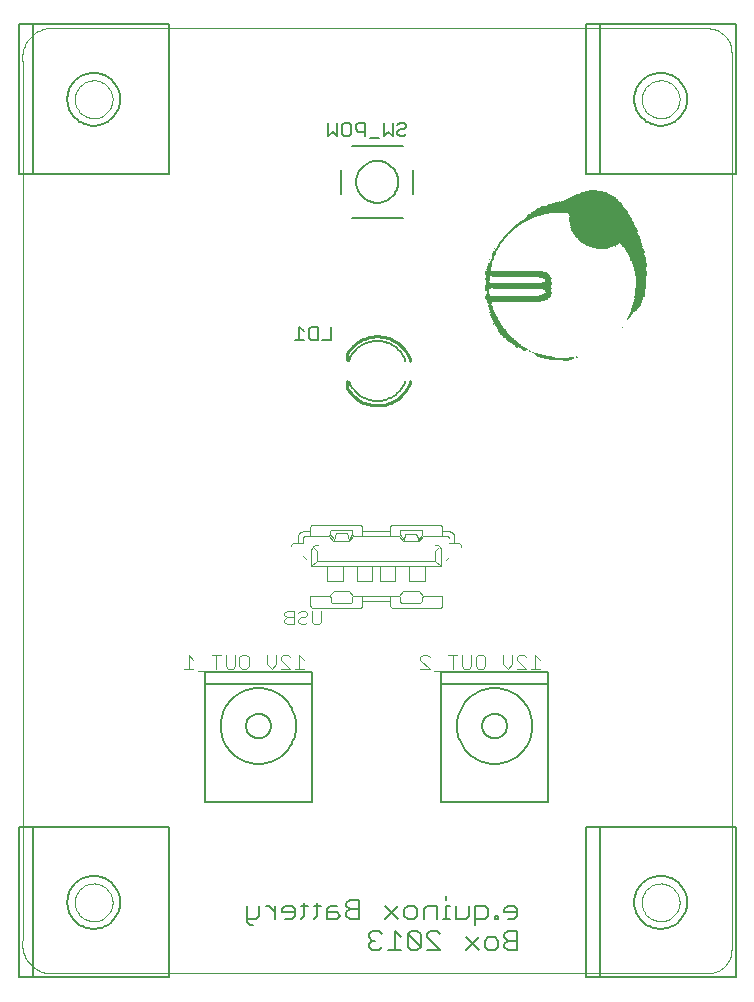
<source format=gbo>
G75*
G70*
%OFA0B0*%
%FSLAX24Y24*%
%IPPOS*%
%LPD*%
%AMOC8*
5,1,8,0,0,1.08239X$1,22.5*
%
%ADD10C,0.0060*%
%ADD11C,0.0000*%
%ADD12C,0.0040*%
%ADD13C,0.0050*%
%ADD14C,0.0100*%
%ADD15C,0.0080*%
%ADD16R,0.0060X0.0010*%
%ADD17R,0.0230X0.0010*%
%ADD18R,0.0270X0.0010*%
%ADD19R,0.0210X0.0010*%
%ADD20R,0.0320X0.0010*%
%ADD21R,0.0250X0.0010*%
%ADD22R,0.0390X0.0010*%
%ADD23R,0.0760X0.0010*%
%ADD24R,0.0890X0.0010*%
%ADD25R,0.0940X0.0010*%
%ADD26R,0.0990X0.0010*%
%ADD27R,0.0490X0.0010*%
%ADD28R,0.0160X0.0010*%
%ADD29R,0.0440X0.0010*%
%ADD30R,0.0080X0.0010*%
%ADD31R,0.0420X0.0010*%
%ADD32R,0.0090X0.0010*%
%ADD33R,0.0380X0.0010*%
%ADD34R,0.0010X0.0010*%
%ADD35R,0.0280X0.0010*%
%ADD36R,0.0200X0.0010*%
%ADD37R,0.0100X0.0010*%
%ADD38R,0.0170X0.0010*%
%ADD39R,0.0120X0.0010*%
%ADD40R,0.0150X0.0010*%
%ADD41R,0.0240X0.0010*%
%ADD42R,0.0140X0.0010*%
%ADD43R,0.0110X0.0010*%
%ADD44R,0.0040X0.0010*%
%ADD45R,0.0180X0.0010*%
%ADD46R,0.0190X0.0010*%
%ADD47R,0.0070X0.0010*%
%ADD48R,0.0260X0.0010*%
%ADD49R,0.0290X0.0010*%
%ADD50R,0.0220X0.0010*%
%ADD51R,0.0020X0.0010*%
%ADD52R,0.0030X0.0010*%
%ADD53R,0.0050X0.0010*%
%ADD54R,0.0130X0.0010*%
%ADD55R,0.1810X0.0010*%
%ADD56R,0.1830X0.0010*%
%ADD57R,0.1870X0.0010*%
%ADD58R,0.1910X0.0010*%
%ADD59R,0.1940X0.0010*%
%ADD60R,0.1970X0.0010*%
%ADD61R,0.2000X0.0010*%
%ADD62R,0.2040X0.0010*%
%ADD63R,0.2070X0.0010*%
%ADD64R,0.2090X0.0010*%
%ADD65R,0.2100X0.0010*%
%ADD66R,0.2110X0.0010*%
%ADD67R,0.2120X0.0010*%
%ADD68R,0.0300X0.0010*%
%ADD69R,0.2130X0.0010*%
%ADD70R,0.0310X0.0010*%
%ADD71R,0.1960X0.0010*%
%ADD72R,0.0520X0.0010*%
%ADD73R,0.0410X0.0010*%
%ADD74R,0.0350X0.0010*%
%ADD75R,0.0330X0.0010*%
%ADD76R,0.2210X0.0010*%
%ADD77R,0.2200X0.0010*%
%ADD78R,0.2190X0.0010*%
%ADD79R,0.2180X0.0010*%
%ADD80R,0.0340X0.0010*%
%ADD81R,0.1980X0.0010*%
%ADD82R,0.1820X0.0010*%
%ADD83R,0.1950X0.0010*%
%ADD84R,0.0360X0.0010*%
%ADD85R,0.0370X0.0010*%
%ADD86R,0.2080X0.0010*%
%ADD87R,0.2060X0.0010*%
%ADD88R,0.2020X0.0010*%
%ADD89R,0.1990X0.0010*%
%ADD90R,0.1550X0.0010*%
%ADD91R,0.0400X0.0010*%
%ADD92R,0.0430X0.0010*%
%ADD93R,0.0450X0.0010*%
%ADD94R,0.0460X0.0010*%
%ADD95R,0.0470X0.0010*%
%ADD96R,0.0480X0.0010*%
%ADD97R,0.0500X0.0010*%
%ADD98R,0.0510X0.0010*%
%ADD99R,0.0530X0.0010*%
%ADD100R,0.0540X0.0010*%
%ADD101R,0.0550X0.0010*%
%ADD102R,0.0560X0.0010*%
%ADD103R,0.0570X0.0010*%
%ADD104R,0.0580X0.0010*%
%ADD105R,0.0590X0.0010*%
%ADD106R,0.0600X0.0010*%
%ADD107R,0.0620X0.0010*%
%ADD108R,0.0630X0.0010*%
%ADD109R,0.0700X0.0010*%
%ADD110R,0.0640X0.0010*%
%ADD111R,0.0750X0.0010*%
%ADD112R,0.0650X0.0010*%
%ADD113R,0.0810X0.0010*%
%ADD114R,0.0850X0.0010*%
%ADD115R,0.0660X0.0010*%
%ADD116R,0.0910X0.0010*%
%ADD117R,0.0670X0.0010*%
%ADD118R,0.1010X0.0010*%
%ADD119R,0.1030X0.0010*%
%ADD120R,0.0680X0.0010*%
%ADD121R,0.1040X0.0010*%
%ADD122R,0.0690X0.0010*%
%ADD123R,0.1050X0.0010*%
%ADD124R,0.0710X0.0010*%
%ADD125R,0.1150X0.0010*%
%ADD126R,0.1180X0.0010*%
%ADD127R,0.0720X0.0010*%
%ADD128R,0.1930X0.0010*%
%ADD129R,0.2010X0.0010*%
%ADD130R,0.2030X0.0010*%
%ADD131R,0.2050X0.0010*%
%ADD132R,0.2140X0.0010*%
%ADD133R,0.2150X0.0010*%
%ADD134R,0.2160X0.0010*%
%ADD135R,0.2170X0.0010*%
%ADD136R,0.3130X0.0010*%
%ADD137R,0.3120X0.0010*%
%ADD138R,0.3110X0.0010*%
%ADD139R,0.3100X0.0010*%
%ADD140R,0.3080X0.0010*%
%ADD141R,0.3060X0.0010*%
%ADD142R,0.3030X0.0010*%
%ADD143R,0.3010X0.0010*%
%ADD144R,0.2990X0.0010*%
%ADD145R,0.2970X0.0010*%
%ADD146R,0.2950X0.0010*%
%ADD147R,0.2920X0.0010*%
%ADD148R,0.2910X0.0010*%
%ADD149R,0.2880X0.0010*%
%ADD150R,0.2850X0.0010*%
%ADD151R,0.2830X0.0010*%
%ADD152R,0.2800X0.0010*%
%ADD153R,0.2780X0.0010*%
%ADD154R,0.2740X0.0010*%
%ADD155R,0.2690X0.0010*%
%ADD156R,0.2630X0.0010*%
%ADD157R,0.2570X0.0010*%
%ADD158R,0.2540X0.0010*%
%ADD159R,0.2520X0.0010*%
%ADD160R,0.2500X0.0010*%
%ADD161R,0.2480X0.0010*%
%ADD162R,0.2360X0.0010*%
%ADD163R,0.2350X0.0010*%
%ADD164R,0.2310X0.0010*%
%ADD165R,0.2290X0.0010*%
%ADD166R,0.2260X0.0010*%
%ADD167R,0.2220X0.0010*%
%ADD168R,0.1860X0.0010*%
%ADD169R,0.1800X0.0010*%
%ADD170R,0.1770X0.0010*%
%ADD171R,0.1740X0.0010*%
%ADD172R,0.1690X0.0010*%
%ADD173R,0.1630X0.0010*%
%ADD174R,0.1610X0.0010*%
%ADD175R,0.1580X0.0010*%
%ADD176R,0.1560X0.0010*%
%ADD177R,0.1530X0.0010*%
%ADD178R,0.1490X0.0010*%
%ADD179R,0.1460X0.0010*%
%ADD180R,0.1430X0.0010*%
%ADD181R,0.1400X0.0010*%
%ADD182R,0.1370X0.0010*%
%ADD183R,0.1320X0.0010*%
%ADD184R,0.1280X0.0010*%
%ADD185R,0.1230X0.0010*%
%ADD186R,0.1190X0.0010*%
%ADD187R,0.1160X0.0010*%
%ADD188R,0.1100X0.0010*%
%ADD189R,0.1070X0.0010*%
%ADD190R,0.1000X0.0010*%
%ADD191R,0.0960X0.0010*%
%ADD192R,0.0920X0.0010*%
%ADD193R,0.0800X0.0010*%
D10*
X023176Y008555D02*
X023282Y008448D01*
X023389Y008448D01*
X023176Y008555D02*
X023176Y009089D01*
X023603Y009089D02*
X023603Y008769D01*
X023496Y008662D01*
X023176Y008662D01*
X023819Y009089D02*
X023926Y009089D01*
X024140Y008875D01*
X024140Y008662D02*
X024140Y009089D01*
X024357Y008982D02*
X024464Y009089D01*
X024678Y009089D01*
X024784Y008982D01*
X024784Y008769D01*
X024678Y008662D01*
X024464Y008662D01*
X024357Y008875D02*
X024784Y008875D01*
X025001Y008662D02*
X025107Y008769D01*
X025107Y009196D01*
X025001Y009089D02*
X025214Y009089D01*
X025430Y009089D02*
X025644Y009089D01*
X025537Y009196D02*
X025537Y008769D01*
X025430Y008662D01*
X025861Y008662D02*
X026182Y008662D01*
X026288Y008769D01*
X026182Y008875D01*
X025861Y008875D01*
X025861Y008982D02*
X025861Y008662D01*
X025861Y008982D02*
X025968Y009089D01*
X026182Y009089D01*
X026506Y009089D02*
X026613Y008982D01*
X026933Y008982D01*
X026933Y008662D02*
X026613Y008662D01*
X026506Y008769D01*
X026506Y008875D01*
X026613Y008982D01*
X026506Y009089D02*
X026506Y009196D01*
X026613Y009302D01*
X026933Y009302D01*
X026933Y008662D01*
X027365Y008252D02*
X027258Y008146D01*
X027258Y008039D01*
X027365Y007932D01*
X027258Y007825D01*
X027258Y007719D01*
X027365Y007612D01*
X027578Y007612D01*
X027685Y007719D01*
X027902Y007612D02*
X028329Y007612D01*
X028116Y007612D02*
X028116Y008252D01*
X028329Y008039D01*
X028547Y008146D02*
X028974Y007719D01*
X028867Y007612D01*
X028654Y007612D01*
X028547Y007719D01*
X028547Y008146D01*
X028654Y008252D01*
X028867Y008252D01*
X028974Y008146D01*
X028974Y007719D01*
X029191Y007612D02*
X029618Y007612D01*
X029191Y008039D01*
X029191Y008146D01*
X029298Y008252D01*
X029512Y008252D01*
X029618Y008146D01*
X029511Y008662D02*
X029511Y009089D01*
X029191Y009089D01*
X029084Y008982D01*
X029084Y008662D01*
X028866Y008769D02*
X028760Y008662D01*
X028546Y008662D01*
X028439Y008769D01*
X028439Y008982D01*
X028546Y009089D01*
X028760Y009089D01*
X028866Y008982D01*
X028866Y008769D01*
X028222Y008662D02*
X027795Y009089D01*
X028222Y009089D02*
X027795Y008662D01*
X027578Y008252D02*
X027365Y008252D01*
X027578Y008252D02*
X027685Y008146D01*
X027471Y007932D02*
X027365Y007932D01*
X029727Y008662D02*
X029941Y008662D01*
X029834Y008662D02*
X029834Y009089D01*
X029941Y009089D01*
X030158Y009089D02*
X030158Y008662D01*
X030479Y008662D01*
X030585Y008769D01*
X030585Y009089D01*
X030803Y009089D02*
X031123Y009089D01*
X031230Y008982D01*
X031230Y008769D01*
X031123Y008662D01*
X030803Y008662D01*
X030803Y008448D02*
X030803Y009089D01*
X031445Y008769D02*
X031445Y008662D01*
X031552Y008662D01*
X031552Y008769D01*
X031445Y008769D01*
X031770Y008875D02*
X032197Y008875D01*
X032197Y008769D02*
X032197Y008982D01*
X032090Y009089D01*
X031876Y009089D01*
X031770Y008982D01*
X031770Y008875D01*
X031876Y008662D02*
X032090Y008662D01*
X032197Y008769D01*
X032197Y008252D02*
X031876Y008252D01*
X031770Y008146D01*
X031770Y008039D01*
X031876Y007932D01*
X032197Y007932D01*
X032197Y007612D02*
X031876Y007612D01*
X031770Y007719D01*
X031770Y007825D01*
X031876Y007932D01*
X031552Y007932D02*
X031552Y007719D01*
X031445Y007612D01*
X031232Y007612D01*
X031125Y007719D01*
X031125Y007932D01*
X031232Y008039D01*
X031445Y008039D01*
X031552Y007932D01*
X032197Y007612D02*
X032197Y008252D01*
X030908Y008039D02*
X030481Y007612D01*
X030908Y007612D02*
X030481Y008039D01*
X029834Y009302D02*
X029834Y009409D01*
X024357Y008982D02*
X024357Y008875D01*
X026590Y026584D02*
X026613Y026526D01*
X026640Y026469D01*
X026670Y026414D01*
X026704Y026361D01*
X026741Y026310D01*
X026781Y026262D01*
X026824Y026216D01*
X026869Y026173D01*
X026918Y026133D01*
X026969Y026097D01*
X027022Y026063D01*
X027077Y026033D01*
X027133Y026006D01*
X027192Y025983D01*
X027251Y025964D01*
X027312Y025948D01*
X027374Y025936D01*
X027436Y025928D01*
X027499Y025924D01*
X027561Y025924D01*
X027624Y025928D01*
X027686Y025936D01*
X027748Y025948D01*
X027809Y025964D01*
X027868Y025983D01*
X027927Y026006D01*
X027983Y026033D01*
X028038Y026063D01*
X028091Y026097D01*
X028142Y026133D01*
X028191Y026173D01*
X028236Y026216D01*
X028279Y026262D01*
X028319Y026310D01*
X028356Y026361D01*
X028390Y026414D01*
X028420Y026469D01*
X028447Y026526D01*
X028470Y026584D01*
X028470Y027264D02*
X028447Y027322D01*
X028420Y027379D01*
X028390Y027434D01*
X028356Y027487D01*
X028319Y027538D01*
X028279Y027586D01*
X028236Y027632D01*
X028191Y027675D01*
X028142Y027715D01*
X028091Y027751D01*
X028038Y027785D01*
X027983Y027815D01*
X027927Y027842D01*
X027868Y027865D01*
X027809Y027884D01*
X027748Y027900D01*
X027686Y027912D01*
X027624Y027920D01*
X027561Y027924D01*
X027499Y027924D01*
X027436Y027920D01*
X027374Y027912D01*
X027312Y027900D01*
X027251Y027884D01*
X027192Y027865D01*
X027133Y027842D01*
X027077Y027815D01*
X027022Y027785D01*
X026969Y027751D01*
X026918Y027715D01*
X026869Y027675D01*
X026824Y027632D01*
X026781Y027586D01*
X026741Y027538D01*
X026704Y027487D01*
X026670Y027434D01*
X026640Y027379D01*
X026613Y027322D01*
X026590Y027264D01*
D11*
X017451Y035979D02*
X017453Y036029D01*
X017459Y036079D01*
X017469Y036128D01*
X017483Y036176D01*
X017500Y036223D01*
X017521Y036268D01*
X017546Y036312D01*
X017574Y036353D01*
X017606Y036392D01*
X017640Y036429D01*
X017677Y036463D01*
X017717Y036493D01*
X017759Y036520D01*
X017803Y036544D01*
X017849Y036565D01*
X017896Y036581D01*
X017944Y036594D01*
X017994Y036603D01*
X018043Y036608D01*
X018094Y036609D01*
X018144Y036606D01*
X018193Y036599D01*
X018242Y036588D01*
X018290Y036573D01*
X018336Y036555D01*
X018381Y036533D01*
X018424Y036507D01*
X018465Y036478D01*
X018504Y036446D01*
X018540Y036411D01*
X018572Y036373D01*
X018602Y036333D01*
X018629Y036290D01*
X018652Y036246D01*
X018671Y036200D01*
X018687Y036152D01*
X018699Y036103D01*
X018707Y036054D01*
X018711Y036004D01*
X018711Y035954D01*
X018707Y035904D01*
X018699Y035855D01*
X018687Y035806D01*
X018671Y035758D01*
X018652Y035712D01*
X018629Y035668D01*
X018602Y035625D01*
X018572Y035585D01*
X018540Y035547D01*
X018504Y035512D01*
X018465Y035480D01*
X018424Y035451D01*
X018381Y035425D01*
X018336Y035403D01*
X018290Y035385D01*
X018242Y035370D01*
X018193Y035359D01*
X018144Y035352D01*
X018094Y035349D01*
X018043Y035350D01*
X017994Y035355D01*
X017944Y035364D01*
X017896Y035377D01*
X017849Y035393D01*
X017803Y035414D01*
X017759Y035438D01*
X017717Y035465D01*
X017677Y035495D01*
X017640Y035529D01*
X017606Y035566D01*
X017574Y035605D01*
X017546Y035646D01*
X017521Y035690D01*
X017500Y035735D01*
X017483Y035782D01*
X017469Y035830D01*
X017459Y035879D01*
X017453Y035929D01*
X017451Y035979D01*
X015718Y037160D02*
X015708Y037220D01*
X015702Y037280D01*
X015699Y037341D01*
X015700Y037401D01*
X015704Y037462D01*
X015713Y037522D01*
X015724Y037581D01*
X015740Y037640D01*
X015759Y037698D01*
X015781Y037754D01*
X015807Y037809D01*
X015836Y037862D01*
X015868Y037914D01*
X015903Y037963D01*
X015941Y038011D01*
X015982Y038055D01*
X016025Y038098D01*
X016071Y038137D01*
X016119Y038174D01*
X016170Y038208D01*
X016222Y038238D01*
X016276Y038266D01*
X016332Y038290D01*
X016389Y038311D01*
X016447Y038328D01*
X016506Y038342D01*
X038553Y038342D01*
X038553Y038341D02*
X038607Y038339D01*
X038660Y038334D01*
X038713Y038325D01*
X038765Y038312D01*
X038817Y038296D01*
X038867Y038276D01*
X038915Y038253D01*
X038962Y038226D01*
X039007Y038197D01*
X039050Y038164D01*
X039090Y038129D01*
X039128Y038091D01*
X039163Y038051D01*
X039196Y038008D01*
X039225Y037963D01*
X039252Y037916D01*
X039275Y037868D01*
X039295Y037818D01*
X039311Y037766D01*
X039324Y037714D01*
X039333Y037661D01*
X039338Y037608D01*
X039340Y037554D01*
X039341Y037554D02*
X039341Y007633D01*
X039340Y007633D02*
X039338Y007579D01*
X039333Y007526D01*
X039324Y007473D01*
X039311Y007421D01*
X039295Y007369D01*
X039275Y007319D01*
X039252Y007271D01*
X039225Y007224D01*
X039196Y007179D01*
X039163Y007136D01*
X039128Y007096D01*
X039090Y007058D01*
X039050Y007023D01*
X039007Y006990D01*
X038962Y006961D01*
X038915Y006934D01*
X038867Y006911D01*
X038817Y006891D01*
X038765Y006875D01*
X038713Y006862D01*
X038660Y006853D01*
X038607Y006848D01*
X038553Y006846D01*
X016506Y006846D01*
X016506Y006845D02*
X016447Y006859D01*
X016389Y006876D01*
X016332Y006897D01*
X016276Y006921D01*
X016222Y006949D01*
X016170Y006979D01*
X016119Y007013D01*
X016071Y007050D01*
X016025Y007089D01*
X015982Y007132D01*
X015941Y007176D01*
X015903Y007224D01*
X015868Y007273D01*
X015836Y007325D01*
X015807Y007378D01*
X015781Y007433D01*
X015759Y007489D01*
X015740Y007547D01*
X015724Y007606D01*
X015713Y007665D01*
X015704Y007725D01*
X015700Y007786D01*
X015699Y007846D01*
X015702Y007907D01*
X015708Y007967D01*
X015718Y008027D01*
X015719Y008027D02*
X015719Y037160D01*
X036349Y035979D02*
X036351Y036029D01*
X036357Y036079D01*
X036367Y036128D01*
X036381Y036176D01*
X036398Y036223D01*
X036419Y036268D01*
X036444Y036312D01*
X036472Y036353D01*
X036504Y036392D01*
X036538Y036429D01*
X036575Y036463D01*
X036615Y036493D01*
X036657Y036520D01*
X036701Y036544D01*
X036747Y036565D01*
X036794Y036581D01*
X036842Y036594D01*
X036892Y036603D01*
X036941Y036608D01*
X036992Y036609D01*
X037042Y036606D01*
X037091Y036599D01*
X037140Y036588D01*
X037188Y036573D01*
X037234Y036555D01*
X037279Y036533D01*
X037322Y036507D01*
X037363Y036478D01*
X037402Y036446D01*
X037438Y036411D01*
X037470Y036373D01*
X037500Y036333D01*
X037527Y036290D01*
X037550Y036246D01*
X037569Y036200D01*
X037585Y036152D01*
X037597Y036103D01*
X037605Y036054D01*
X037609Y036004D01*
X037609Y035954D01*
X037605Y035904D01*
X037597Y035855D01*
X037585Y035806D01*
X037569Y035758D01*
X037550Y035712D01*
X037527Y035668D01*
X037500Y035625D01*
X037470Y035585D01*
X037438Y035547D01*
X037402Y035512D01*
X037363Y035480D01*
X037322Y035451D01*
X037279Y035425D01*
X037234Y035403D01*
X037188Y035385D01*
X037140Y035370D01*
X037091Y035359D01*
X037042Y035352D01*
X036992Y035349D01*
X036941Y035350D01*
X036892Y035355D01*
X036842Y035364D01*
X036794Y035377D01*
X036747Y035393D01*
X036701Y035414D01*
X036657Y035438D01*
X036615Y035465D01*
X036575Y035495D01*
X036538Y035529D01*
X036504Y035566D01*
X036472Y035605D01*
X036444Y035646D01*
X036419Y035690D01*
X036398Y035735D01*
X036381Y035782D01*
X036367Y035830D01*
X036357Y035879D01*
X036351Y035929D01*
X036349Y035979D01*
X036349Y009208D02*
X036351Y009258D01*
X036357Y009308D01*
X036367Y009357D01*
X036381Y009405D01*
X036398Y009452D01*
X036419Y009497D01*
X036444Y009541D01*
X036472Y009582D01*
X036504Y009621D01*
X036538Y009658D01*
X036575Y009692D01*
X036615Y009722D01*
X036657Y009749D01*
X036701Y009773D01*
X036747Y009794D01*
X036794Y009810D01*
X036842Y009823D01*
X036892Y009832D01*
X036941Y009837D01*
X036992Y009838D01*
X037042Y009835D01*
X037091Y009828D01*
X037140Y009817D01*
X037188Y009802D01*
X037234Y009784D01*
X037279Y009762D01*
X037322Y009736D01*
X037363Y009707D01*
X037402Y009675D01*
X037438Y009640D01*
X037470Y009602D01*
X037500Y009562D01*
X037527Y009519D01*
X037550Y009475D01*
X037569Y009429D01*
X037585Y009381D01*
X037597Y009332D01*
X037605Y009283D01*
X037609Y009233D01*
X037609Y009183D01*
X037605Y009133D01*
X037597Y009084D01*
X037585Y009035D01*
X037569Y008987D01*
X037550Y008941D01*
X037527Y008897D01*
X037500Y008854D01*
X037470Y008814D01*
X037438Y008776D01*
X037402Y008741D01*
X037363Y008709D01*
X037322Y008680D01*
X037279Y008654D01*
X037234Y008632D01*
X037188Y008614D01*
X037140Y008599D01*
X037091Y008588D01*
X037042Y008581D01*
X036992Y008578D01*
X036941Y008579D01*
X036892Y008584D01*
X036842Y008593D01*
X036794Y008606D01*
X036747Y008622D01*
X036701Y008643D01*
X036657Y008667D01*
X036615Y008694D01*
X036575Y008724D01*
X036538Y008758D01*
X036504Y008795D01*
X036472Y008834D01*
X036444Y008875D01*
X036419Y008919D01*
X036398Y008964D01*
X036381Y009011D01*
X036367Y009059D01*
X036357Y009108D01*
X036351Y009158D01*
X036349Y009208D01*
X017451Y009208D02*
X017453Y009258D01*
X017459Y009308D01*
X017469Y009357D01*
X017483Y009405D01*
X017500Y009452D01*
X017521Y009497D01*
X017546Y009541D01*
X017574Y009582D01*
X017606Y009621D01*
X017640Y009658D01*
X017677Y009692D01*
X017717Y009722D01*
X017759Y009749D01*
X017803Y009773D01*
X017849Y009794D01*
X017896Y009810D01*
X017944Y009823D01*
X017994Y009832D01*
X018043Y009837D01*
X018094Y009838D01*
X018144Y009835D01*
X018193Y009828D01*
X018242Y009817D01*
X018290Y009802D01*
X018336Y009784D01*
X018381Y009762D01*
X018424Y009736D01*
X018465Y009707D01*
X018504Y009675D01*
X018540Y009640D01*
X018572Y009602D01*
X018602Y009562D01*
X018629Y009519D01*
X018652Y009475D01*
X018671Y009429D01*
X018687Y009381D01*
X018699Y009332D01*
X018707Y009283D01*
X018711Y009233D01*
X018711Y009183D01*
X018707Y009133D01*
X018699Y009084D01*
X018687Y009035D01*
X018671Y008987D01*
X018652Y008941D01*
X018629Y008897D01*
X018602Y008854D01*
X018572Y008814D01*
X018540Y008776D01*
X018504Y008741D01*
X018465Y008709D01*
X018424Y008680D01*
X018381Y008654D01*
X018336Y008632D01*
X018290Y008614D01*
X018242Y008599D01*
X018193Y008588D01*
X018144Y008581D01*
X018094Y008578D01*
X018043Y008579D01*
X017994Y008584D01*
X017944Y008593D01*
X017896Y008606D01*
X017849Y008622D01*
X017803Y008643D01*
X017759Y008667D01*
X017717Y008694D01*
X017677Y008724D01*
X017640Y008758D01*
X017606Y008795D01*
X017574Y008834D01*
X017546Y008875D01*
X017521Y008919D01*
X017500Y008964D01*
X017483Y009011D01*
X017469Y009059D01*
X017459Y009108D01*
X017453Y009158D01*
X017451Y009208D01*
D12*
X021096Y016995D02*
X021403Y016995D01*
X021250Y016995D02*
X021250Y017456D01*
X021403Y017302D01*
X021557Y016919D02*
X021864Y016919D01*
X022171Y016995D02*
X022171Y017456D01*
X022324Y017456D02*
X022017Y017456D01*
X022478Y017456D02*
X022478Y017072D01*
X022554Y016995D01*
X022708Y016995D01*
X022785Y017072D01*
X022785Y017456D01*
X022938Y017379D02*
X023015Y017456D01*
X023168Y017456D01*
X023245Y017379D01*
X023245Y017072D01*
X023168Y016995D01*
X023015Y016995D01*
X022938Y017072D01*
X022938Y017379D01*
X023398Y016919D02*
X023705Y016919D01*
X023859Y017149D02*
X023859Y017456D01*
X024166Y017456D02*
X024166Y017149D01*
X024012Y016995D01*
X023859Y017149D01*
X024319Y017302D02*
X024319Y017379D01*
X024396Y017456D01*
X024549Y017456D01*
X024626Y017379D01*
X024319Y017302D02*
X024626Y016995D01*
X024319Y016995D01*
X024780Y016995D02*
X025087Y016995D01*
X024933Y016995D02*
X024933Y017456D01*
X025087Y017302D01*
X025130Y018476D02*
X025206Y018553D01*
X025130Y018476D02*
X024976Y018476D01*
X024899Y018553D01*
X024899Y018629D01*
X024976Y018706D01*
X025130Y018706D01*
X025206Y018783D01*
X025206Y018860D01*
X025130Y018936D01*
X024976Y018936D01*
X024899Y018860D01*
X024746Y018936D02*
X024516Y018936D01*
X024439Y018860D01*
X024439Y018783D01*
X024516Y018706D01*
X024746Y018706D01*
X024746Y018476D02*
X024746Y018936D01*
X024516Y018706D02*
X024439Y018629D01*
X024439Y018553D01*
X024516Y018476D01*
X024746Y018476D01*
X025360Y018553D02*
X025360Y018936D01*
X025374Y019029D02*
X026959Y019029D01*
X026974Y019031D01*
X026988Y019036D01*
X027001Y019044D01*
X027011Y019054D01*
X027019Y019067D01*
X027024Y019081D01*
X027026Y019096D01*
X027027Y019096D02*
X027027Y019417D01*
X027963Y019417D01*
X028258Y019417D01*
X028291Y019383D01*
X028291Y019256D01*
X028292Y019243D01*
X028297Y019230D01*
X028304Y019219D01*
X028313Y019210D01*
X028324Y019203D01*
X028337Y019198D01*
X028350Y019197D01*
X028958Y019197D01*
X028971Y019199D01*
X028984Y019204D01*
X028994Y019212D01*
X029002Y019223D01*
X029007Y019235D01*
X029009Y019248D01*
X029008Y019248D02*
X029008Y019366D01*
X029042Y019408D01*
X029683Y019408D01*
X029683Y019096D01*
X029682Y019096D02*
X029680Y019081D01*
X029675Y019067D01*
X029667Y019054D01*
X029657Y019044D01*
X029644Y019036D01*
X029630Y019031D01*
X029615Y019029D01*
X028039Y019029D01*
X028024Y019030D01*
X028010Y019035D01*
X027997Y019042D01*
X027985Y019051D01*
X027976Y019063D01*
X027969Y019076D01*
X027964Y019090D01*
X027963Y019105D01*
X027963Y019256D01*
X027963Y019417D01*
X027963Y019256D02*
X027035Y019256D01*
X027027Y019417D02*
X026732Y019417D01*
X026698Y019383D01*
X026698Y019256D01*
X026697Y019243D01*
X026692Y019230D01*
X026685Y019219D01*
X026676Y019210D01*
X026665Y019203D01*
X026652Y019198D01*
X026639Y019197D01*
X026032Y019197D01*
X026019Y019199D01*
X026007Y019204D01*
X025996Y019212D01*
X025988Y019223D01*
X025983Y019235D01*
X025981Y019248D01*
X025981Y019366D01*
X025947Y019408D01*
X025306Y019408D01*
X025306Y019417D02*
X025306Y019096D01*
X025307Y019096D02*
X025309Y019081D01*
X025314Y019067D01*
X025322Y019054D01*
X025332Y019044D01*
X025345Y019036D01*
X025359Y019031D01*
X025374Y019029D01*
X025667Y018936D02*
X025667Y018553D01*
X025590Y018476D01*
X025437Y018476D01*
X025360Y018553D01*
X025939Y019417D02*
X026074Y019585D01*
X026588Y019585D01*
X026732Y019417D01*
X026841Y019906D02*
X027355Y019906D01*
X027355Y020395D01*
X027625Y020403D02*
X027625Y019906D01*
X028140Y019906D01*
X028140Y020412D01*
X028603Y020412D02*
X028603Y019906D01*
X029118Y019906D01*
X029118Y020412D01*
X029464Y020572D02*
X029464Y020934D01*
X029598Y021052D01*
X029658Y020926D02*
X029658Y020420D01*
X029649Y020420D01*
X029464Y020572D01*
X025526Y020572D01*
X025517Y020934D01*
X025391Y021044D01*
X025315Y020884D02*
X025315Y020420D01*
X025526Y020572D01*
X025315Y020420D02*
X029649Y020420D01*
X029818Y020622D02*
X029919Y020732D01*
X029936Y021179D02*
X030222Y021179D01*
X030241Y021177D01*
X030260Y021172D01*
X030277Y021164D01*
X030293Y021153D01*
X030306Y021140D01*
X030317Y021124D01*
X030325Y021107D01*
X030330Y021088D01*
X030332Y021069D01*
X030096Y021187D02*
X030096Y021398D01*
X030094Y021423D01*
X030089Y021448D01*
X030080Y021472D01*
X030068Y021494D01*
X030053Y021514D01*
X030035Y021532D01*
X030015Y021547D01*
X029993Y021559D01*
X029969Y021568D01*
X029944Y021573D01*
X029919Y021575D01*
X029683Y021575D01*
X029683Y021719D01*
X029682Y021719D02*
X029680Y021735D01*
X029676Y021751D01*
X029668Y021766D01*
X029657Y021778D01*
X029645Y021789D01*
X029630Y021797D01*
X029614Y021801D01*
X029598Y021803D01*
X028039Y021803D01*
X028024Y021802D01*
X028010Y021797D01*
X027997Y021790D01*
X027985Y021781D01*
X027976Y021769D01*
X027969Y021756D01*
X027964Y021742D01*
X027963Y021727D01*
X027963Y021575D01*
X027035Y021575D01*
X027027Y021702D02*
X027027Y021415D01*
X028258Y021415D01*
X028291Y021449D01*
X028291Y021626D01*
X029008Y021626D01*
X029008Y021466D01*
X028907Y021280D01*
X028915Y021272D02*
X028831Y021499D01*
X028460Y021499D01*
X028410Y021272D01*
X028300Y021474D01*
X028258Y021415D02*
X028393Y021255D01*
X028924Y021255D01*
X029059Y021415D01*
X029683Y021415D01*
X029683Y021575D01*
X029683Y021415D02*
X029860Y021415D01*
X029875Y021413D01*
X029889Y021408D01*
X029902Y021400D01*
X029912Y021390D01*
X029920Y021377D01*
X029925Y021363D01*
X029927Y021348D01*
X029658Y020926D02*
X029656Y020954D01*
X029651Y020981D01*
X029642Y021007D01*
X029630Y021032D01*
X029614Y021054D01*
X029596Y021075D01*
X029575Y021093D01*
X029553Y021109D01*
X029528Y021121D01*
X029502Y021130D01*
X029475Y021135D01*
X029447Y021137D01*
X029059Y021415D02*
X029008Y021466D01*
X027963Y021415D02*
X027963Y021575D01*
X027027Y021415D02*
X026723Y021415D01*
X026681Y021474D01*
X026580Y021297D01*
X026512Y021516D01*
X026150Y021516D01*
X026074Y021272D01*
X026065Y021263D02*
X026588Y021263D01*
X026723Y021415D01*
X026681Y021474D02*
X026681Y021617D01*
X026680Y021624D01*
X026676Y021629D01*
X026671Y021633D01*
X026664Y021634D01*
X026023Y021634D01*
X026010Y021633D01*
X025997Y021628D01*
X025986Y021621D01*
X025977Y021612D01*
X025970Y021601D01*
X025965Y021588D01*
X025964Y021575D01*
X025964Y021474D01*
X025930Y021415D01*
X025930Y021415D01*
X025129Y021415D01*
X025070Y021576D02*
X025044Y021574D01*
X025018Y021568D01*
X024993Y021559D01*
X024969Y021546D01*
X024948Y021531D01*
X024929Y021512D01*
X024914Y021491D01*
X024901Y021467D01*
X024892Y021442D01*
X024886Y021416D01*
X024884Y021390D01*
X024885Y021390D02*
X024885Y021187D01*
X024750Y021179D02*
X025045Y021179D01*
X025045Y021331D01*
X025047Y021347D01*
X025051Y021363D01*
X025059Y021378D01*
X025070Y021390D01*
X025082Y021401D01*
X025097Y021409D01*
X025113Y021413D01*
X025129Y021415D01*
X025070Y021575D02*
X025306Y021575D01*
X025306Y021415D01*
X025306Y021575D02*
X025306Y021735D01*
X025307Y021735D02*
X025309Y021750D01*
X025314Y021764D01*
X025322Y021777D01*
X025332Y021787D01*
X025345Y021795D01*
X025359Y021800D01*
X025374Y021802D01*
X025374Y021803D02*
X026925Y021803D01*
X026943Y021801D01*
X026960Y021797D01*
X026976Y021789D01*
X026990Y021779D01*
X027002Y021767D01*
X027012Y021753D01*
X027020Y021737D01*
X027024Y021720D01*
X027026Y021702D01*
X026074Y021314D02*
X025973Y021491D01*
X025930Y021407D02*
X026065Y021263D01*
X025568Y021137D02*
X025538Y021135D01*
X025507Y021130D01*
X025478Y021121D01*
X025450Y021108D01*
X025424Y021092D01*
X025400Y021073D01*
X025379Y021052D01*
X025360Y021028D01*
X025344Y021002D01*
X025331Y020974D01*
X025322Y020945D01*
X025317Y020914D01*
X025315Y020884D01*
X025163Y020639D02*
X025053Y020740D01*
X024666Y021095D02*
X024668Y021111D01*
X024672Y021127D01*
X024680Y021142D01*
X024691Y021154D01*
X024703Y021165D01*
X024718Y021173D01*
X024734Y021177D01*
X024750Y021179D01*
X025863Y020403D02*
X025863Y019906D01*
X026386Y019906D01*
X026386Y020403D01*
X026833Y020412D02*
X026841Y020412D01*
X026841Y019906D01*
X028258Y019417D02*
X028401Y019585D01*
X028915Y019585D01*
X029050Y019417D01*
X029047Y017456D02*
X029201Y017456D01*
X029277Y017379D01*
X029047Y017456D02*
X028971Y017379D01*
X028971Y017302D01*
X029277Y016995D01*
X028971Y016995D01*
X029431Y016919D02*
X029738Y016919D01*
X030045Y016995D02*
X030045Y017456D01*
X030198Y017456D02*
X029891Y017456D01*
X030352Y017456D02*
X030352Y017072D01*
X030428Y016995D01*
X030582Y016995D01*
X030659Y017072D01*
X030659Y017456D01*
X030812Y017379D02*
X030889Y017456D01*
X031042Y017456D01*
X031119Y017379D01*
X031119Y017072D01*
X031042Y016995D01*
X030889Y016995D01*
X030812Y017072D01*
X030812Y017379D01*
X031272Y016919D02*
X031579Y016919D01*
X031733Y017149D02*
X031733Y017456D01*
X032040Y017456D02*
X032040Y017149D01*
X031886Y016995D01*
X031733Y017149D01*
X032193Y017302D02*
X032193Y017379D01*
X032270Y017456D01*
X032423Y017456D01*
X032500Y017379D01*
X032193Y017302D02*
X032500Y016995D01*
X032193Y016995D01*
X032654Y016995D02*
X032961Y016995D01*
X032807Y016995D02*
X032807Y017456D01*
X032961Y017302D01*
D13*
X015581Y011708D02*
X015581Y006708D01*
X020581Y006708D01*
X020581Y011708D01*
X015581Y011708D01*
X016073Y011688D02*
X016073Y006727D01*
X017201Y009208D02*
X017203Y009267D01*
X017209Y009325D01*
X017219Y009383D01*
X017232Y009440D01*
X017250Y009497D01*
X017271Y009552D01*
X017296Y009605D01*
X017324Y009656D01*
X017355Y009706D01*
X017390Y009753D01*
X017428Y009798D01*
X017469Y009841D01*
X017513Y009880D01*
X017559Y009916D01*
X017607Y009950D01*
X017658Y009980D01*
X017711Y010006D01*
X017765Y010029D01*
X017820Y010048D01*
X017877Y010064D01*
X017935Y010076D01*
X017993Y010084D01*
X018052Y010088D01*
X018110Y010088D01*
X018169Y010084D01*
X018227Y010076D01*
X018285Y010064D01*
X018342Y010048D01*
X018397Y010029D01*
X018451Y010006D01*
X018504Y009980D01*
X018555Y009950D01*
X018603Y009916D01*
X018649Y009880D01*
X018693Y009841D01*
X018734Y009798D01*
X018772Y009753D01*
X018807Y009706D01*
X018838Y009656D01*
X018866Y009605D01*
X018891Y009552D01*
X018912Y009497D01*
X018930Y009440D01*
X018943Y009383D01*
X018953Y009325D01*
X018959Y009267D01*
X018961Y009208D01*
X018959Y009149D01*
X018953Y009091D01*
X018943Y009033D01*
X018930Y008976D01*
X018912Y008919D01*
X018891Y008864D01*
X018866Y008811D01*
X018838Y008760D01*
X018807Y008710D01*
X018772Y008663D01*
X018734Y008618D01*
X018693Y008575D01*
X018649Y008536D01*
X018603Y008500D01*
X018555Y008466D01*
X018504Y008436D01*
X018451Y008410D01*
X018397Y008387D01*
X018342Y008368D01*
X018285Y008352D01*
X018227Y008340D01*
X018169Y008332D01*
X018110Y008328D01*
X018052Y008328D01*
X017993Y008332D01*
X017935Y008340D01*
X017877Y008352D01*
X017820Y008368D01*
X017765Y008387D01*
X017711Y008410D01*
X017658Y008436D01*
X017607Y008466D01*
X017559Y008500D01*
X017513Y008536D01*
X017469Y008575D01*
X017428Y008618D01*
X017390Y008663D01*
X017355Y008710D01*
X017324Y008760D01*
X017296Y008811D01*
X017271Y008864D01*
X017250Y008919D01*
X017232Y008976D01*
X017219Y009033D01*
X017209Y009091D01*
X017203Y009149D01*
X017201Y009208D01*
X021799Y012566D02*
X021799Y016897D01*
X025343Y016897D01*
X025343Y012566D01*
X021799Y012566D01*
X023158Y015086D02*
X023160Y015126D01*
X023166Y015167D01*
X023176Y015206D01*
X023189Y015244D01*
X023207Y015281D01*
X023228Y015315D01*
X023252Y015348D01*
X023279Y015378D01*
X023309Y015405D01*
X023342Y015429D01*
X023376Y015450D01*
X023413Y015468D01*
X023451Y015481D01*
X023490Y015491D01*
X023531Y015497D01*
X023571Y015499D01*
X023611Y015497D01*
X023652Y015491D01*
X023691Y015481D01*
X023729Y015468D01*
X023766Y015450D01*
X023800Y015429D01*
X023833Y015405D01*
X023863Y015378D01*
X023890Y015348D01*
X023914Y015315D01*
X023935Y015281D01*
X023953Y015244D01*
X023966Y015206D01*
X023976Y015167D01*
X023982Y015126D01*
X023984Y015086D01*
X023982Y015046D01*
X023976Y015005D01*
X023966Y014966D01*
X023953Y014928D01*
X023935Y014891D01*
X023914Y014857D01*
X023890Y014824D01*
X023863Y014794D01*
X023833Y014767D01*
X023800Y014743D01*
X023766Y014722D01*
X023729Y014704D01*
X023691Y014691D01*
X023652Y014681D01*
X023611Y014675D01*
X023571Y014673D01*
X023531Y014675D01*
X023490Y014681D01*
X023451Y014691D01*
X023413Y014704D01*
X023376Y014722D01*
X023342Y014743D01*
X023309Y014767D01*
X023279Y014794D01*
X023252Y014824D01*
X023228Y014857D01*
X023207Y014891D01*
X023189Y014928D01*
X023176Y014966D01*
X023166Y015005D01*
X023160Y015046D01*
X023158Y015086D01*
X022311Y015086D02*
X022313Y015157D01*
X022319Y015227D01*
X022329Y015297D01*
X022343Y015366D01*
X022360Y015435D01*
X022382Y015502D01*
X022407Y015568D01*
X022436Y015633D01*
X022468Y015695D01*
X022504Y015756D01*
X022543Y015815D01*
X022586Y015872D01*
X022631Y015926D01*
X022680Y015977D01*
X022731Y016026D01*
X022785Y016071D01*
X022842Y016114D01*
X022901Y016153D01*
X022962Y016189D01*
X023024Y016221D01*
X023089Y016250D01*
X023155Y016275D01*
X023222Y016297D01*
X023291Y016314D01*
X023360Y016328D01*
X023430Y016338D01*
X023500Y016344D01*
X023571Y016346D01*
X023642Y016344D01*
X023712Y016338D01*
X023782Y016328D01*
X023851Y016314D01*
X023920Y016297D01*
X023987Y016275D01*
X024053Y016250D01*
X024118Y016221D01*
X024180Y016189D01*
X024241Y016153D01*
X024300Y016114D01*
X024357Y016071D01*
X024411Y016026D01*
X024462Y015977D01*
X024511Y015926D01*
X024556Y015872D01*
X024599Y015815D01*
X024638Y015756D01*
X024674Y015695D01*
X024706Y015633D01*
X024735Y015568D01*
X024760Y015502D01*
X024782Y015435D01*
X024799Y015366D01*
X024813Y015297D01*
X024823Y015227D01*
X024829Y015157D01*
X024831Y015086D01*
X024829Y015015D01*
X024823Y014945D01*
X024813Y014875D01*
X024799Y014806D01*
X024782Y014737D01*
X024760Y014670D01*
X024735Y014604D01*
X024706Y014539D01*
X024674Y014477D01*
X024638Y014416D01*
X024599Y014357D01*
X024556Y014300D01*
X024511Y014246D01*
X024462Y014195D01*
X024411Y014146D01*
X024357Y014101D01*
X024300Y014058D01*
X024241Y014019D01*
X024180Y013983D01*
X024118Y013951D01*
X024053Y013922D01*
X023987Y013897D01*
X023920Y013875D01*
X023851Y013858D01*
X023782Y013844D01*
X023712Y013834D01*
X023642Y013828D01*
X023571Y013826D01*
X023500Y013828D01*
X023430Y013834D01*
X023360Y013844D01*
X023291Y013858D01*
X023222Y013875D01*
X023155Y013897D01*
X023089Y013922D01*
X023024Y013951D01*
X022962Y013983D01*
X022901Y014019D01*
X022842Y014058D01*
X022785Y014101D01*
X022731Y014146D01*
X022680Y014195D01*
X022631Y014246D01*
X022586Y014300D01*
X022543Y014357D01*
X022504Y014416D01*
X022468Y014477D01*
X022436Y014539D01*
X022407Y014604D01*
X022382Y014670D01*
X022360Y014737D01*
X022343Y014806D01*
X022329Y014875D01*
X022319Y014945D01*
X022313Y015015D01*
X022311Y015086D01*
X021799Y016503D02*
X025343Y016503D01*
X029673Y016503D02*
X033217Y016503D01*
X033217Y016897D02*
X029673Y016897D01*
X029673Y012566D01*
X033217Y012566D01*
X033217Y016897D01*
X031032Y015086D02*
X031034Y015126D01*
X031040Y015167D01*
X031050Y015206D01*
X031063Y015244D01*
X031081Y015281D01*
X031102Y015315D01*
X031126Y015348D01*
X031153Y015378D01*
X031183Y015405D01*
X031216Y015429D01*
X031250Y015450D01*
X031287Y015468D01*
X031325Y015481D01*
X031364Y015491D01*
X031405Y015497D01*
X031445Y015499D01*
X031485Y015497D01*
X031526Y015491D01*
X031565Y015481D01*
X031603Y015468D01*
X031640Y015450D01*
X031674Y015429D01*
X031707Y015405D01*
X031737Y015378D01*
X031764Y015348D01*
X031788Y015315D01*
X031809Y015281D01*
X031827Y015244D01*
X031840Y015206D01*
X031850Y015167D01*
X031856Y015126D01*
X031858Y015086D01*
X031856Y015046D01*
X031850Y015005D01*
X031840Y014966D01*
X031827Y014928D01*
X031809Y014891D01*
X031788Y014857D01*
X031764Y014824D01*
X031737Y014794D01*
X031707Y014767D01*
X031674Y014743D01*
X031640Y014722D01*
X031603Y014704D01*
X031565Y014691D01*
X031526Y014681D01*
X031485Y014675D01*
X031445Y014673D01*
X031405Y014675D01*
X031364Y014681D01*
X031325Y014691D01*
X031287Y014704D01*
X031250Y014722D01*
X031216Y014743D01*
X031183Y014767D01*
X031153Y014794D01*
X031126Y014824D01*
X031102Y014857D01*
X031081Y014891D01*
X031063Y014928D01*
X031050Y014966D01*
X031040Y015005D01*
X031034Y015046D01*
X031032Y015086D01*
X030185Y015086D02*
X030187Y015157D01*
X030193Y015227D01*
X030203Y015297D01*
X030217Y015366D01*
X030234Y015435D01*
X030256Y015502D01*
X030281Y015568D01*
X030310Y015633D01*
X030342Y015695D01*
X030378Y015756D01*
X030417Y015815D01*
X030460Y015872D01*
X030505Y015926D01*
X030554Y015977D01*
X030605Y016026D01*
X030659Y016071D01*
X030716Y016114D01*
X030775Y016153D01*
X030836Y016189D01*
X030898Y016221D01*
X030963Y016250D01*
X031029Y016275D01*
X031096Y016297D01*
X031165Y016314D01*
X031234Y016328D01*
X031304Y016338D01*
X031374Y016344D01*
X031445Y016346D01*
X031516Y016344D01*
X031586Y016338D01*
X031656Y016328D01*
X031725Y016314D01*
X031794Y016297D01*
X031861Y016275D01*
X031927Y016250D01*
X031992Y016221D01*
X032054Y016189D01*
X032115Y016153D01*
X032174Y016114D01*
X032231Y016071D01*
X032285Y016026D01*
X032336Y015977D01*
X032385Y015926D01*
X032430Y015872D01*
X032473Y015815D01*
X032512Y015756D01*
X032548Y015695D01*
X032580Y015633D01*
X032609Y015568D01*
X032634Y015502D01*
X032656Y015435D01*
X032673Y015366D01*
X032687Y015297D01*
X032697Y015227D01*
X032703Y015157D01*
X032705Y015086D01*
X032703Y015015D01*
X032697Y014945D01*
X032687Y014875D01*
X032673Y014806D01*
X032656Y014737D01*
X032634Y014670D01*
X032609Y014604D01*
X032580Y014539D01*
X032548Y014477D01*
X032512Y014416D01*
X032473Y014357D01*
X032430Y014300D01*
X032385Y014246D01*
X032336Y014195D01*
X032285Y014146D01*
X032231Y014101D01*
X032174Y014058D01*
X032115Y014019D01*
X032054Y013983D01*
X031992Y013951D01*
X031927Y013922D01*
X031861Y013897D01*
X031794Y013875D01*
X031725Y013858D01*
X031656Y013844D01*
X031586Y013834D01*
X031516Y013828D01*
X031445Y013826D01*
X031374Y013828D01*
X031304Y013834D01*
X031234Y013844D01*
X031165Y013858D01*
X031096Y013875D01*
X031029Y013897D01*
X030963Y013922D01*
X030898Y013951D01*
X030836Y013983D01*
X030775Y014019D01*
X030716Y014058D01*
X030659Y014101D01*
X030605Y014146D01*
X030554Y014195D01*
X030505Y014246D01*
X030460Y014300D01*
X030417Y014357D01*
X030378Y014416D01*
X030342Y014477D01*
X030310Y014539D01*
X030281Y014604D01*
X030256Y014670D01*
X030234Y014737D01*
X030217Y014806D01*
X030203Y014875D01*
X030193Y014945D01*
X030187Y015015D01*
X030185Y015086D01*
X034479Y011708D02*
X039479Y011708D01*
X039479Y006708D01*
X034479Y006708D01*
X034479Y011708D01*
X034971Y011688D02*
X034971Y006727D01*
X036099Y009208D02*
X036101Y009267D01*
X036107Y009325D01*
X036117Y009383D01*
X036130Y009440D01*
X036148Y009497D01*
X036169Y009552D01*
X036194Y009605D01*
X036222Y009656D01*
X036253Y009706D01*
X036288Y009753D01*
X036326Y009798D01*
X036367Y009841D01*
X036411Y009880D01*
X036457Y009916D01*
X036505Y009950D01*
X036556Y009980D01*
X036609Y010006D01*
X036663Y010029D01*
X036718Y010048D01*
X036775Y010064D01*
X036833Y010076D01*
X036891Y010084D01*
X036950Y010088D01*
X037008Y010088D01*
X037067Y010084D01*
X037125Y010076D01*
X037183Y010064D01*
X037240Y010048D01*
X037295Y010029D01*
X037349Y010006D01*
X037402Y009980D01*
X037453Y009950D01*
X037501Y009916D01*
X037547Y009880D01*
X037591Y009841D01*
X037632Y009798D01*
X037670Y009753D01*
X037705Y009706D01*
X037736Y009656D01*
X037764Y009605D01*
X037789Y009552D01*
X037810Y009497D01*
X037828Y009440D01*
X037841Y009383D01*
X037851Y009325D01*
X037857Y009267D01*
X037859Y009208D01*
X037857Y009149D01*
X037851Y009091D01*
X037841Y009033D01*
X037828Y008976D01*
X037810Y008919D01*
X037789Y008864D01*
X037764Y008811D01*
X037736Y008760D01*
X037705Y008710D01*
X037670Y008663D01*
X037632Y008618D01*
X037591Y008575D01*
X037547Y008536D01*
X037501Y008500D01*
X037453Y008466D01*
X037402Y008436D01*
X037349Y008410D01*
X037295Y008387D01*
X037240Y008368D01*
X037183Y008352D01*
X037125Y008340D01*
X037067Y008332D01*
X037008Y008328D01*
X036950Y008328D01*
X036891Y008332D01*
X036833Y008340D01*
X036775Y008352D01*
X036718Y008368D01*
X036663Y008387D01*
X036609Y008410D01*
X036556Y008436D01*
X036505Y008466D01*
X036457Y008500D01*
X036411Y008536D01*
X036367Y008575D01*
X036326Y008618D01*
X036288Y008663D01*
X036253Y008710D01*
X036222Y008760D01*
X036194Y008811D01*
X036169Y008864D01*
X036148Y008919D01*
X036130Y008976D01*
X036117Y009033D01*
X036107Y009091D01*
X036101Y009149D01*
X036099Y009208D01*
X026005Y027949D02*
X025705Y027949D01*
X025544Y027949D02*
X025319Y027949D01*
X025244Y028024D01*
X025244Y028325D01*
X025319Y028400D01*
X025544Y028400D01*
X025544Y027949D01*
X025084Y027949D02*
X024784Y027949D01*
X024934Y027949D02*
X024934Y028400D01*
X025084Y028250D01*
X026005Y028400D02*
X026005Y027949D01*
X020581Y033479D02*
X015581Y033479D01*
X015581Y038479D01*
X020581Y038479D01*
X020581Y033479D01*
X017201Y035979D02*
X017203Y036038D01*
X017209Y036096D01*
X017219Y036154D01*
X017232Y036211D01*
X017250Y036268D01*
X017271Y036323D01*
X017296Y036376D01*
X017324Y036427D01*
X017355Y036477D01*
X017390Y036524D01*
X017428Y036569D01*
X017469Y036612D01*
X017513Y036651D01*
X017559Y036687D01*
X017607Y036721D01*
X017658Y036751D01*
X017711Y036777D01*
X017765Y036800D01*
X017820Y036819D01*
X017877Y036835D01*
X017935Y036847D01*
X017993Y036855D01*
X018052Y036859D01*
X018110Y036859D01*
X018169Y036855D01*
X018227Y036847D01*
X018285Y036835D01*
X018342Y036819D01*
X018397Y036800D01*
X018451Y036777D01*
X018504Y036751D01*
X018555Y036721D01*
X018603Y036687D01*
X018649Y036651D01*
X018693Y036612D01*
X018734Y036569D01*
X018772Y036524D01*
X018807Y036477D01*
X018838Y036427D01*
X018866Y036376D01*
X018891Y036323D01*
X018912Y036268D01*
X018930Y036211D01*
X018943Y036154D01*
X018953Y036096D01*
X018959Y036038D01*
X018961Y035979D01*
X018959Y035920D01*
X018953Y035862D01*
X018943Y035804D01*
X018930Y035747D01*
X018912Y035690D01*
X018891Y035635D01*
X018866Y035582D01*
X018838Y035531D01*
X018807Y035481D01*
X018772Y035434D01*
X018734Y035389D01*
X018693Y035346D01*
X018649Y035307D01*
X018603Y035271D01*
X018555Y035237D01*
X018504Y035207D01*
X018451Y035181D01*
X018397Y035158D01*
X018342Y035139D01*
X018285Y035123D01*
X018227Y035111D01*
X018169Y035103D01*
X018110Y035099D01*
X018052Y035099D01*
X017993Y035103D01*
X017935Y035111D01*
X017877Y035123D01*
X017820Y035139D01*
X017765Y035158D01*
X017711Y035181D01*
X017658Y035207D01*
X017607Y035237D01*
X017559Y035271D01*
X017513Y035307D01*
X017469Y035346D01*
X017428Y035389D01*
X017390Y035434D01*
X017355Y035481D01*
X017324Y035531D01*
X017296Y035582D01*
X017271Y035635D01*
X017250Y035690D01*
X017232Y035747D01*
X017219Y035804D01*
X017209Y035862D01*
X017203Y035920D01*
X017201Y035979D01*
X016073Y033499D02*
X016073Y038460D01*
X025903Y035199D02*
X025903Y034748D01*
X026053Y034899D01*
X026203Y034748D01*
X026203Y035199D01*
X026363Y035124D02*
X026363Y034824D01*
X026438Y034748D01*
X026588Y034748D01*
X026663Y034824D01*
X026663Y035124D01*
X026588Y035199D01*
X026438Y035199D01*
X026363Y035124D01*
X026823Y035124D02*
X026823Y034974D01*
X026898Y034899D01*
X027124Y034899D01*
X027124Y034748D02*
X027124Y035199D01*
X026898Y035199D01*
X026823Y035124D01*
X027284Y034673D02*
X027584Y034673D01*
X027744Y034748D02*
X027744Y035199D01*
X028044Y035199D02*
X028044Y034748D01*
X027894Y034899D01*
X027744Y034748D01*
X028205Y034824D02*
X028205Y034899D01*
X028280Y034974D01*
X028430Y034974D01*
X028505Y035049D01*
X028505Y035124D01*
X028430Y035199D01*
X028280Y035199D01*
X028205Y035124D01*
X028205Y034824D02*
X028280Y034748D01*
X028430Y034748D01*
X028505Y034824D01*
X034479Y033479D02*
X034479Y038479D01*
X039479Y038479D01*
X039479Y033479D01*
X034479Y033479D01*
X034971Y033499D02*
X034971Y038460D01*
X036099Y035979D02*
X036101Y036038D01*
X036107Y036096D01*
X036117Y036154D01*
X036130Y036211D01*
X036148Y036268D01*
X036169Y036323D01*
X036194Y036376D01*
X036222Y036427D01*
X036253Y036477D01*
X036288Y036524D01*
X036326Y036569D01*
X036367Y036612D01*
X036411Y036651D01*
X036457Y036687D01*
X036505Y036721D01*
X036556Y036751D01*
X036609Y036777D01*
X036663Y036800D01*
X036718Y036819D01*
X036775Y036835D01*
X036833Y036847D01*
X036891Y036855D01*
X036950Y036859D01*
X037008Y036859D01*
X037067Y036855D01*
X037125Y036847D01*
X037183Y036835D01*
X037240Y036819D01*
X037295Y036800D01*
X037349Y036777D01*
X037402Y036751D01*
X037453Y036721D01*
X037501Y036687D01*
X037547Y036651D01*
X037591Y036612D01*
X037632Y036569D01*
X037670Y036524D01*
X037705Y036477D01*
X037736Y036427D01*
X037764Y036376D01*
X037789Y036323D01*
X037810Y036268D01*
X037828Y036211D01*
X037841Y036154D01*
X037851Y036096D01*
X037857Y036038D01*
X037859Y035979D01*
X037857Y035920D01*
X037851Y035862D01*
X037841Y035804D01*
X037828Y035747D01*
X037810Y035690D01*
X037789Y035635D01*
X037764Y035582D01*
X037736Y035531D01*
X037705Y035481D01*
X037670Y035434D01*
X037632Y035389D01*
X037591Y035346D01*
X037547Y035307D01*
X037501Y035271D01*
X037453Y035237D01*
X037402Y035207D01*
X037349Y035181D01*
X037295Y035158D01*
X037240Y035139D01*
X037183Y035123D01*
X037125Y035111D01*
X037067Y035103D01*
X037008Y035099D01*
X036950Y035099D01*
X036891Y035103D01*
X036833Y035111D01*
X036775Y035123D01*
X036718Y035139D01*
X036663Y035158D01*
X036609Y035181D01*
X036556Y035207D01*
X036505Y035237D01*
X036457Y035271D01*
X036411Y035307D01*
X036367Y035346D01*
X036326Y035389D01*
X036288Y035434D01*
X036253Y035481D01*
X036222Y035531D01*
X036194Y035582D01*
X036169Y035635D01*
X036148Y035690D01*
X036130Y035747D01*
X036117Y035804D01*
X036107Y035862D01*
X036101Y035920D01*
X036099Y035979D01*
D14*
X028630Y027264D02*
X028608Y027327D01*
X028583Y027389D01*
X028554Y027449D01*
X028522Y027508D01*
X028486Y027565D01*
X028447Y027619D01*
X028406Y027671D01*
X028361Y027721D01*
X028313Y027768D01*
X028263Y027812D01*
X028210Y027853D01*
X028155Y027891D01*
X028098Y027925D01*
X028039Y027957D01*
X027978Y027984D01*
X027916Y028009D01*
X027852Y028029D01*
X027787Y028046D01*
X027722Y028059D01*
X027655Y028068D01*
X027589Y028074D01*
X027522Y028075D01*
X027455Y028073D01*
X027388Y028066D01*
X027322Y028056D01*
X027257Y028042D01*
X027193Y028024D01*
X027129Y028003D01*
X027067Y027978D01*
X027007Y027949D01*
X026948Y027917D01*
X026892Y027882D01*
X026837Y027843D01*
X026785Y027801D01*
X026735Y027756D01*
X026688Y027709D01*
X026644Y027659D01*
X026603Y027606D01*
X026565Y027551D01*
X026530Y027494D01*
X026530Y027274D01*
X026530Y026574D02*
X026530Y026354D01*
X026565Y026297D01*
X026603Y026242D01*
X026644Y026189D01*
X026688Y026139D01*
X026735Y026091D01*
X026785Y026047D01*
X026837Y026005D01*
X026892Y025966D01*
X026948Y025931D01*
X027007Y025899D01*
X027067Y025870D01*
X027129Y025845D01*
X027193Y025824D01*
X027257Y025806D01*
X027322Y025792D01*
X027389Y025782D01*
X027455Y025775D01*
X027522Y025773D01*
X027589Y025774D01*
X027655Y025780D01*
X027722Y025789D01*
X027787Y025802D01*
X027852Y025819D01*
X027915Y025839D01*
X027978Y025864D01*
X028039Y025891D01*
X028098Y025923D01*
X028155Y025957D01*
X028210Y025995D01*
X028263Y026036D01*
X028313Y026080D01*
X028361Y026127D01*
X028406Y026177D01*
X028447Y026229D01*
X028486Y026283D01*
X028522Y026340D01*
X028554Y026399D01*
X028583Y026459D01*
X028608Y026521D01*
X028630Y026584D01*
D15*
X028380Y032023D02*
X026680Y032023D01*
X026330Y032823D02*
X026330Y033616D01*
X026680Y034423D02*
X028380Y034423D01*
X028730Y033628D02*
X028730Y032823D01*
X026830Y033223D02*
X026832Y033275D01*
X026838Y033327D01*
X026848Y033379D01*
X026861Y033429D01*
X026878Y033479D01*
X026899Y033527D01*
X026924Y033573D01*
X026952Y033617D01*
X026983Y033659D01*
X027017Y033699D01*
X027054Y033736D01*
X027094Y033770D01*
X027136Y033801D01*
X027180Y033829D01*
X027226Y033854D01*
X027274Y033875D01*
X027324Y033892D01*
X027374Y033905D01*
X027426Y033915D01*
X027478Y033921D01*
X027530Y033923D01*
X027582Y033921D01*
X027634Y033915D01*
X027686Y033905D01*
X027736Y033892D01*
X027786Y033875D01*
X027834Y033854D01*
X027880Y033829D01*
X027924Y033801D01*
X027966Y033770D01*
X028006Y033736D01*
X028043Y033699D01*
X028077Y033659D01*
X028108Y033617D01*
X028136Y033573D01*
X028161Y033527D01*
X028182Y033479D01*
X028199Y033429D01*
X028212Y033379D01*
X028222Y033327D01*
X028228Y033275D01*
X028230Y033223D01*
X028228Y033171D01*
X028222Y033119D01*
X028212Y033067D01*
X028199Y033017D01*
X028182Y032967D01*
X028161Y032919D01*
X028136Y032873D01*
X028108Y032829D01*
X028077Y032787D01*
X028043Y032747D01*
X028006Y032710D01*
X027966Y032676D01*
X027924Y032645D01*
X027880Y032617D01*
X027834Y032592D01*
X027786Y032571D01*
X027736Y032554D01*
X027686Y032541D01*
X027634Y032531D01*
X027582Y032525D01*
X027530Y032523D01*
X027478Y032525D01*
X027426Y032531D01*
X027374Y032541D01*
X027324Y032554D01*
X027274Y032571D01*
X027226Y032592D01*
X027180Y032617D01*
X027136Y032645D01*
X027094Y032676D01*
X027054Y032710D01*
X027017Y032747D01*
X026983Y032787D01*
X026952Y032829D01*
X026924Y032873D01*
X026899Y032919D01*
X026878Y032967D01*
X026861Y033017D01*
X026848Y033067D01*
X026838Y033119D01*
X026832Y033171D01*
X026830Y033223D01*
D16*
X031395Y030701D03*
X031395Y030691D03*
X031545Y031011D03*
X031545Y031021D03*
X031585Y031061D03*
X031595Y031081D03*
X031595Y031091D03*
X031595Y031101D03*
X031705Y031251D03*
X031715Y031261D03*
X031715Y031271D03*
X031725Y031281D03*
X031735Y031301D03*
X031745Y031311D03*
X031755Y031321D03*
X031765Y031331D03*
X031775Y031351D03*
X031785Y031361D03*
X031795Y031371D03*
X031805Y031381D03*
X031815Y031391D03*
X031825Y031401D03*
X031835Y031411D03*
X031845Y031421D03*
X031845Y031431D03*
X031855Y031441D03*
X031865Y031451D03*
X031935Y031521D03*
X031995Y031561D03*
X032085Y031651D03*
X035545Y031141D03*
X035965Y028761D03*
X035955Y028751D03*
X033775Y027251D03*
X032715Y027521D03*
X032445Y027591D03*
D17*
X032210Y027761D03*
X032180Y027781D03*
X032170Y027791D03*
X031800Y028121D03*
X031670Y028281D03*
X031670Y028291D03*
X031620Y028361D03*
X031610Y028371D03*
X031600Y028381D03*
X031590Y028391D03*
X031580Y028401D03*
X031580Y028411D03*
X031570Y028421D03*
X031570Y028431D03*
X033220Y029631D03*
X033220Y029961D03*
X032610Y032011D03*
X036160Y029071D03*
X036150Y029051D03*
X033820Y027261D03*
D18*
X033800Y027271D03*
X031960Y027951D03*
X031890Y028011D03*
X031860Y028041D03*
X031740Y028171D03*
X033190Y029461D03*
X033200Y029981D03*
X033190Y029991D03*
X032640Y032031D03*
X036240Y029271D03*
X036230Y029251D03*
X036220Y029221D03*
X036220Y029211D03*
X036210Y029201D03*
D19*
X036140Y029021D03*
X033390Y027281D03*
X032920Y027441D03*
X032900Y027451D03*
X032240Y027741D03*
X032230Y027751D03*
X032160Y027801D03*
X032150Y027811D03*
X032140Y027831D03*
X031940Y028001D03*
X031650Y028321D03*
X031640Y028331D03*
X031560Y028441D03*
X031510Y028521D03*
X031510Y028531D03*
X033230Y029581D03*
X033230Y029591D03*
X033230Y029611D03*
X033230Y029621D03*
X033230Y029861D03*
X033230Y029871D03*
X033230Y029951D03*
D20*
X033175Y029651D03*
X032175Y029831D03*
X032705Y032061D03*
X036315Y029721D03*
X036315Y029711D03*
X036305Y029641D03*
X036305Y029631D03*
X036305Y029621D03*
X036305Y029611D03*
X036305Y029601D03*
X036295Y029531D03*
X036295Y029521D03*
X036295Y029511D03*
X036295Y029501D03*
X036295Y029491D03*
X036295Y029481D03*
X036285Y029451D03*
X036285Y029441D03*
X036285Y029431D03*
X036285Y029421D03*
X036285Y029411D03*
X036285Y029401D03*
X036275Y029391D03*
X033775Y027281D03*
D21*
X033400Y027291D03*
X032190Y027771D03*
X032060Y027871D03*
X032050Y027891D03*
X032010Y027921D03*
X031950Y027971D03*
X031850Y028061D03*
X031710Y028211D03*
X031700Y028221D03*
X031690Y028241D03*
X031690Y028251D03*
X031680Y028261D03*
X033210Y029471D03*
X033210Y029971D03*
X036190Y029151D03*
X036190Y029141D03*
X036200Y029161D03*
X036200Y029171D03*
X036180Y029101D03*
D22*
X036310Y030141D03*
X036310Y030151D03*
X036310Y030161D03*
X036310Y030171D03*
X036310Y030181D03*
X036310Y030191D03*
X036310Y030201D03*
X036310Y030211D03*
X036310Y030221D03*
X036310Y030231D03*
X035020Y031001D03*
X033790Y027291D03*
D23*
X033645Y027301D03*
D24*
X033610Y027311D03*
D25*
X033605Y027321D03*
X034765Y032821D03*
D26*
X033580Y027331D03*
D27*
X033220Y027341D03*
X033090Y029831D03*
X033070Y030041D03*
X032920Y032141D03*
X036250Y030571D03*
D28*
X036085Y028941D03*
X036075Y028921D03*
X036075Y028911D03*
X034005Y027341D03*
X032455Y027621D03*
X032325Y027721D03*
X031505Y028581D03*
X031505Y028591D03*
X031495Y028601D03*
X031485Y028611D03*
X031475Y028621D03*
X031465Y028641D03*
X031455Y028671D03*
X031385Y028801D03*
X031385Y028811D03*
X031375Y028821D03*
X031375Y028831D03*
X031365Y028841D03*
X031365Y028851D03*
X031355Y028871D03*
X031355Y028881D03*
X031355Y028891D03*
X031275Y029221D03*
X031205Y029651D03*
X033255Y029551D03*
X033255Y029521D03*
X032385Y031881D03*
X032475Y031931D03*
X032495Y031941D03*
X032505Y031951D03*
D29*
X034735Y032901D03*
X036285Y030421D03*
X036285Y030411D03*
X036285Y030401D03*
X033185Y027351D03*
D30*
X034055Y027351D03*
X031305Y029111D03*
X031225Y029521D03*
X031225Y029531D03*
X031225Y029541D03*
X031345Y030571D03*
X031345Y030581D03*
X031345Y030591D03*
X031355Y030611D03*
X031375Y030631D03*
X031385Y030661D03*
X031405Y030731D03*
X031405Y030741D03*
X031415Y030751D03*
X031415Y030761D03*
X031485Y030911D03*
X031495Y030921D03*
X031505Y030941D03*
X031505Y030951D03*
X031605Y031131D03*
X031615Y031151D03*
X031625Y031161D03*
X031635Y031171D03*
X031645Y031181D03*
X031675Y031231D03*
X032015Y031591D03*
X032025Y031601D03*
X032055Y031631D03*
X032065Y031641D03*
X032105Y031671D03*
D31*
X032775Y032101D03*
X036295Y030321D03*
X036295Y030311D03*
X033175Y027361D03*
D32*
X032930Y027391D03*
X032440Y027601D03*
X032180Y027721D03*
X031310Y029091D03*
X031300Y029121D03*
X031300Y029131D03*
X031230Y029471D03*
X031230Y029481D03*
X031230Y029491D03*
X031230Y029501D03*
X031230Y029511D03*
X031220Y029551D03*
X031220Y029561D03*
X031310Y030481D03*
X031320Y030501D03*
X031330Y030511D03*
X031330Y030521D03*
X031330Y030531D03*
X031340Y030541D03*
X031340Y030551D03*
X031340Y030561D03*
X031350Y030601D03*
X031420Y030771D03*
X031420Y030781D03*
X031450Y030831D03*
X031450Y030841D03*
X031450Y030851D03*
X031460Y030871D03*
X031460Y030881D03*
X031470Y030901D03*
X031500Y030931D03*
X032120Y031681D03*
X032130Y031691D03*
X032350Y031851D03*
X036020Y028841D03*
X036010Y028821D03*
X034180Y027361D03*
D33*
X033145Y027371D03*
X036315Y030111D03*
X036315Y030121D03*
X036315Y030131D03*
X032755Y032091D03*
D34*
X033620Y032541D03*
X034780Y032921D03*
X031980Y029831D03*
X031910Y029831D03*
X031300Y030621D03*
X031450Y030981D03*
X032630Y027571D03*
X032780Y027501D03*
X034200Y027371D03*
X035740Y028361D03*
X035900Y028621D03*
D35*
X036225Y029231D03*
X036225Y029241D03*
X036235Y029261D03*
X036245Y029281D03*
X036245Y029291D03*
X036245Y029301D03*
X036255Y029311D03*
X036255Y029321D03*
X033185Y029451D03*
X033185Y030001D03*
X031745Y028161D03*
X031745Y028151D03*
X031755Y028141D03*
X031765Y028131D03*
X031865Y028031D03*
X031875Y028021D03*
X031965Y027941D03*
X033075Y027381D03*
X032655Y032041D03*
D36*
X033235Y029941D03*
X033235Y029931D03*
X033235Y029881D03*
X033235Y029601D03*
X033235Y029571D03*
X033235Y029561D03*
X033235Y029491D03*
X031555Y028451D03*
X031405Y028741D03*
X032145Y027821D03*
X032935Y027431D03*
X033095Y027391D03*
X036135Y029011D03*
D37*
X036035Y028861D03*
X036025Y028851D03*
X036015Y028831D03*
X032925Y027401D03*
X032815Y027491D03*
X031305Y029081D03*
X031295Y029141D03*
X031225Y029451D03*
X031225Y029461D03*
X031215Y029571D03*
X031215Y029871D03*
X031215Y029881D03*
X031215Y029891D03*
X031215Y029901D03*
X031215Y029911D03*
X031225Y030041D03*
X031225Y030051D03*
X031305Y030471D03*
X031315Y030491D03*
X031415Y030791D03*
X031455Y030861D03*
X031465Y030891D03*
X032145Y031701D03*
X032155Y031711D03*
X032175Y031721D03*
X032185Y031731D03*
X032195Y031741D03*
X032205Y031751D03*
X032215Y031761D03*
D38*
X032460Y031921D03*
X031240Y029391D03*
X031360Y028861D03*
X031390Y028791D03*
X031390Y028781D03*
X031440Y028691D03*
X031450Y028681D03*
X031460Y028661D03*
X031460Y028651D03*
X031470Y028631D03*
X032430Y027651D03*
X033090Y027401D03*
X036080Y028931D03*
X036090Y028951D03*
X036100Y028971D03*
D39*
X036045Y028871D03*
X032915Y027411D03*
X032835Y027471D03*
X031335Y028961D03*
X031335Y028971D03*
X031325Y028991D03*
X031325Y029001D03*
X031305Y029071D03*
X031225Y029441D03*
X031205Y029581D03*
X031215Y029831D03*
X031215Y029841D03*
X031205Y029961D03*
X031205Y029971D03*
X031215Y030021D03*
X031225Y030061D03*
X031245Y030241D03*
X031245Y030251D03*
X031245Y030261D03*
X031285Y030421D03*
X031285Y030431D03*
X031425Y030821D03*
X031625Y029831D03*
X032245Y031781D03*
X032255Y031791D03*
X032265Y031801D03*
X032325Y031841D03*
D40*
X031230Y029821D03*
X031200Y029641D03*
X031200Y029631D03*
X031230Y029401D03*
X031270Y029211D03*
X031270Y029201D03*
X031270Y029191D03*
X031310Y029041D03*
X031350Y028921D03*
X031350Y028911D03*
X031350Y028901D03*
X032330Y027711D03*
X032340Y027701D03*
X032370Y027691D03*
X032410Y027661D03*
X033080Y027411D03*
X033260Y029531D03*
X036070Y028901D03*
D41*
X036155Y029061D03*
X036165Y029081D03*
X036175Y029091D03*
X036185Y029111D03*
X036185Y029121D03*
X036185Y029131D03*
X032965Y027421D03*
X032255Y027731D03*
X032035Y027901D03*
X032025Y027911D03*
X031945Y027981D03*
X031835Y028071D03*
X031825Y028081D03*
X031815Y028091D03*
X031815Y028101D03*
X031805Y028111D03*
X031675Y028271D03*
X031515Y028481D03*
X031515Y028491D03*
X031515Y028501D03*
X032625Y032021D03*
D42*
X032445Y031911D03*
X032435Y031901D03*
X032305Y031831D03*
X031265Y030351D03*
X031255Y030331D03*
X031245Y030321D03*
X031245Y030311D03*
X031245Y030301D03*
X031245Y030291D03*
X031245Y030221D03*
X031195Y029621D03*
X031195Y029611D03*
X031225Y029411D03*
X031275Y029181D03*
X031275Y029171D03*
X031305Y029061D03*
X031305Y029051D03*
X031315Y029031D03*
X031315Y029021D03*
X031345Y028931D03*
X032395Y027681D03*
X032405Y027671D03*
X032845Y027461D03*
X033265Y029541D03*
X036055Y028881D03*
X036065Y028891D03*
D43*
X032830Y027481D03*
X032440Y027611D03*
X031330Y028981D03*
X031290Y029151D03*
X031210Y029851D03*
X031210Y029861D03*
X031210Y029921D03*
X031210Y029931D03*
X031210Y029941D03*
X031210Y029951D03*
X031210Y029981D03*
X031210Y029991D03*
X031210Y030001D03*
X031210Y030011D03*
X031220Y030031D03*
X031290Y030441D03*
X031290Y030451D03*
X031300Y030461D03*
X031420Y030801D03*
X031420Y030811D03*
X032230Y031771D03*
X032360Y031861D03*
X034680Y032921D03*
D44*
X032685Y032171D03*
X032625Y032131D03*
X031915Y031491D03*
X031905Y031481D03*
X031885Y031471D03*
X031575Y031051D03*
X031565Y031041D03*
X033075Y029631D03*
X032185Y027701D03*
X032635Y027561D03*
X032635Y027551D03*
X032735Y027511D03*
X035905Y028651D03*
X035905Y028661D03*
X035935Y028701D03*
X035945Y028721D03*
X035945Y028731D03*
X035975Y028781D03*
D45*
X036095Y028961D03*
X036105Y028981D03*
X036115Y028991D03*
X033245Y029511D03*
X031505Y028571D03*
X031505Y028561D03*
X031425Y028701D03*
X031395Y028771D03*
X031215Y029661D03*
X032535Y031961D03*
X032555Y031971D03*
X032565Y031981D03*
X032455Y027631D03*
D46*
X032440Y027641D03*
X031550Y028461D03*
X031550Y028471D03*
X031510Y028541D03*
X031510Y028551D03*
X031420Y028711D03*
X031410Y028721D03*
X031410Y028731D03*
X031400Y028751D03*
X031400Y028761D03*
X033240Y029501D03*
X033240Y029891D03*
X033240Y029901D03*
X033240Y029911D03*
X033240Y029921D03*
X032580Y031991D03*
X036120Y029001D03*
D47*
X036000Y028811D03*
X035010Y030981D03*
X032100Y031661D03*
X032050Y031621D03*
X032040Y031611D03*
X032010Y031581D03*
X032000Y031571D03*
X031960Y031541D03*
X031950Y031531D03*
X031730Y031291D03*
X031690Y031241D03*
X031670Y031221D03*
X031660Y031211D03*
X031660Y031201D03*
X031650Y031191D03*
X031610Y031141D03*
X031600Y031121D03*
X031600Y031111D03*
X031540Y031001D03*
X031540Y030991D03*
X031540Y030981D03*
X031530Y030971D03*
X031520Y030961D03*
X031400Y030721D03*
X031400Y030711D03*
X031390Y030681D03*
X031390Y030671D03*
X031380Y030651D03*
X031380Y030641D03*
X031370Y030621D03*
X031310Y029101D03*
X032180Y027711D03*
D48*
X032105Y027841D03*
X032085Y027851D03*
X032075Y027861D03*
X032055Y027881D03*
X031955Y027961D03*
X031855Y028051D03*
X031735Y028181D03*
X031725Y028191D03*
X031715Y028201D03*
X031695Y028231D03*
X036205Y029181D03*
X036205Y029191D03*
D49*
X036260Y029331D03*
X036260Y029341D03*
X034720Y032911D03*
X032670Y032051D03*
X031980Y027931D03*
D50*
X031945Y027991D03*
X031665Y028301D03*
X031655Y028311D03*
X031635Y028341D03*
X031625Y028351D03*
X031515Y028511D03*
X033225Y029481D03*
X033225Y029851D03*
X035015Y030991D03*
X036145Y029041D03*
X036145Y029031D03*
X032595Y032001D03*
D51*
X033255Y032461D03*
X031295Y030631D03*
X031145Y030221D03*
X031415Y028471D03*
X031415Y028461D03*
X035735Y028351D03*
X035915Y028681D03*
X035495Y031061D03*
X035495Y031071D03*
D52*
X035490Y031081D03*
X035550Y031131D03*
X035940Y028711D03*
X035930Y028691D03*
X035910Y028671D03*
X035900Y028641D03*
X035900Y028631D03*
X032320Y031891D03*
X031380Y030831D03*
D53*
X031550Y031031D03*
X031590Y031071D03*
X031770Y031341D03*
X031870Y031461D03*
X031920Y031501D03*
X031930Y031511D03*
X031980Y031551D03*
X033250Y032451D03*
X034820Y032921D03*
X035980Y028801D03*
X035980Y028791D03*
X035970Y028771D03*
X035950Y028741D03*
D54*
X032420Y031891D03*
X032370Y031871D03*
X032290Y031821D03*
X032280Y031811D03*
X031280Y030411D03*
X031280Y030401D03*
X031270Y030391D03*
X031270Y030381D03*
X031270Y030371D03*
X031270Y030361D03*
X031260Y030341D03*
X031240Y030281D03*
X031240Y030271D03*
X031250Y030231D03*
X031200Y029601D03*
X031200Y029591D03*
X031220Y029431D03*
X031220Y029421D03*
X031280Y029161D03*
X031320Y029011D03*
X031340Y028951D03*
X031340Y028941D03*
D55*
X032100Y029231D03*
D56*
X032110Y029241D03*
X034650Y032571D03*
D57*
X032130Y029251D03*
D58*
X032150Y029261D03*
X032090Y030211D03*
X034630Y032551D03*
D59*
X032155Y029271D03*
D60*
X032160Y029281D03*
X034930Y032111D03*
X034920Y032121D03*
X035340Y031191D03*
D61*
X034945Y032051D03*
X034945Y032071D03*
X032165Y029291D03*
D62*
X032175Y029301D03*
X032155Y030171D03*
X034975Y031961D03*
X034975Y031971D03*
X034965Y031981D03*
X034945Y032011D03*
X034945Y032021D03*
X034865Y032171D03*
X035275Y031281D03*
X035285Y031271D03*
X035285Y031261D03*
D63*
X035260Y031321D03*
X034970Y031931D03*
X032180Y029311D03*
D64*
X032190Y029321D03*
X032190Y030131D03*
X034980Y031911D03*
X035240Y031351D03*
X035250Y031341D03*
D65*
X034995Y031891D03*
X034985Y031901D03*
X032195Y030121D03*
X032195Y029331D03*
D66*
X032200Y029341D03*
X032210Y029361D03*
X032220Y029371D03*
X032210Y030091D03*
X032210Y030101D03*
X032200Y030111D03*
X035010Y031851D03*
X035010Y031861D03*
X035000Y031871D03*
X035000Y031881D03*
X034820Y032181D03*
X035230Y031361D03*
D67*
X035225Y031371D03*
X035215Y031381D03*
X035205Y031391D03*
X035195Y031411D03*
X035185Y031421D03*
X035165Y031451D03*
X035025Y031821D03*
X035015Y031831D03*
X035015Y031841D03*
X034565Y032521D03*
X032215Y030081D03*
X032205Y029351D03*
D68*
X033175Y029441D03*
X033185Y029641D03*
X036265Y029371D03*
X036265Y029361D03*
X036265Y029351D03*
D69*
X035200Y031401D03*
X035180Y031431D03*
X035170Y031441D03*
X035160Y031461D03*
X035150Y031471D03*
X035150Y031481D03*
X035030Y031801D03*
X035030Y031811D03*
X032220Y030071D03*
X032230Y029381D03*
D70*
X033180Y029841D03*
X033170Y030011D03*
X036300Y029591D03*
X036300Y029581D03*
X036300Y029571D03*
X036300Y029561D03*
X036300Y029551D03*
X036300Y029541D03*
X036270Y029381D03*
D71*
X034615Y032541D03*
X032355Y029661D03*
X032325Y029391D03*
D72*
X033055Y029401D03*
X036175Y030761D03*
X036185Y030741D03*
X036195Y030721D03*
X036205Y030711D03*
X036235Y030641D03*
D73*
X036300Y030301D03*
X036300Y030291D03*
X036300Y030281D03*
X033110Y030031D03*
X033110Y029411D03*
D74*
X033140Y029421D03*
X033150Y029431D03*
X033150Y030021D03*
X032730Y032071D03*
X036320Y030051D03*
X036320Y030041D03*
X036320Y030031D03*
X036320Y030021D03*
X036320Y030011D03*
X036320Y030001D03*
X036320Y029991D03*
X036320Y029981D03*
X036320Y029971D03*
X036320Y029961D03*
X036320Y029951D03*
X036320Y029941D03*
X036320Y029931D03*
X036320Y029921D03*
X036330Y029911D03*
X036330Y029901D03*
X036330Y029891D03*
X036330Y029881D03*
X036330Y029871D03*
X036330Y029861D03*
X036330Y029841D03*
D75*
X036320Y029781D03*
X036320Y029771D03*
X036320Y029761D03*
X036320Y029751D03*
X036320Y029741D03*
X036320Y029731D03*
X036310Y029701D03*
X036310Y029691D03*
X036310Y029681D03*
X036310Y029671D03*
X036310Y029661D03*
X036310Y029651D03*
X036290Y029471D03*
X036290Y029461D03*
D76*
X032230Y029671D03*
X032230Y029681D03*
X032230Y029691D03*
X032230Y029701D03*
X032230Y029711D03*
X032230Y029721D03*
X032230Y029731D03*
D77*
X032235Y029741D03*
D78*
X032240Y029751D03*
X032240Y029761D03*
D79*
X032245Y029771D03*
X032245Y029781D03*
X032245Y029791D03*
X032245Y029801D03*
X032245Y029811D03*
D80*
X036325Y029811D03*
X036325Y029801D03*
X036325Y029791D03*
X036325Y029821D03*
X036325Y029831D03*
X036325Y029851D03*
D81*
X034935Y032101D03*
X034915Y032131D03*
X034905Y032141D03*
X034905Y032151D03*
X032345Y029821D03*
D82*
X032395Y030051D03*
X034655Y032581D03*
D83*
X035360Y031181D03*
X032320Y030061D03*
X032110Y030201D03*
D84*
X036315Y030091D03*
X036315Y030081D03*
X036315Y030071D03*
X036315Y030061D03*
D85*
X036310Y030101D03*
X032740Y032081D03*
D86*
X032185Y030141D03*
X034975Y031921D03*
X035255Y031331D03*
D87*
X035265Y031311D03*
X032175Y030151D03*
X032165Y030161D03*
D88*
X032145Y030181D03*
X035295Y031241D03*
X035305Y031231D03*
D89*
X035320Y031211D03*
X035330Y031201D03*
X034950Y032061D03*
X034940Y032081D03*
X034940Y032091D03*
X034890Y032161D03*
X032130Y030191D03*
D90*
X032220Y030221D03*
D91*
X036305Y030241D03*
X036305Y030251D03*
X036305Y030261D03*
X036305Y030271D03*
D92*
X036290Y030331D03*
X036290Y030341D03*
X036290Y030351D03*
X036290Y030361D03*
X036290Y030371D03*
X036290Y030381D03*
X032890Y032131D03*
D93*
X036280Y030441D03*
X036280Y030431D03*
X036290Y030391D03*
D94*
X036275Y030451D03*
X036275Y030461D03*
X036275Y030471D03*
X036265Y030481D03*
X036265Y030491D03*
X036265Y030501D03*
X036265Y030511D03*
X035015Y031011D03*
X032805Y032111D03*
D95*
X036260Y030541D03*
X036260Y030531D03*
X036260Y030521D03*
D96*
X036255Y030551D03*
X036255Y030561D03*
X032825Y032121D03*
D97*
X036245Y030591D03*
X036245Y030581D03*
D98*
X036240Y030601D03*
X036240Y030611D03*
X036240Y030621D03*
X036240Y030631D03*
X036190Y030731D03*
X034740Y032891D03*
D99*
X036170Y030781D03*
X036170Y030771D03*
X036180Y030751D03*
X036210Y030701D03*
X036220Y030691D03*
X036230Y030661D03*
X036230Y030651D03*
D100*
X036225Y030671D03*
X036225Y030681D03*
X036165Y030791D03*
X036165Y030801D03*
D101*
X036160Y030811D03*
X036160Y030821D03*
X035000Y031021D03*
X032940Y032151D03*
D102*
X036155Y030851D03*
X036155Y030831D03*
D103*
X036160Y030841D03*
X036150Y030861D03*
X034750Y032881D03*
D104*
X036125Y030901D03*
X036135Y030891D03*
X036145Y030881D03*
X036145Y030871D03*
D105*
X036120Y030911D03*
X036120Y030921D03*
X036110Y030931D03*
X036110Y030941D03*
X033040Y032171D03*
D106*
X036095Y030961D03*
X036105Y030951D03*
D107*
X036085Y030971D03*
X036075Y030981D03*
X036075Y030991D03*
X036075Y031001D03*
X034755Y032871D03*
X032965Y032161D03*
D108*
X034990Y031031D03*
X036060Y031031D03*
X036060Y031021D03*
X036070Y031011D03*
D109*
X034995Y031041D03*
X034765Y032861D03*
D110*
X036055Y031041D03*
D111*
X034990Y031051D03*
D112*
X036040Y031051D03*
X036040Y031061D03*
D113*
X034990Y031061D03*
D114*
X034990Y031071D03*
X034750Y032841D03*
D115*
X036025Y031091D03*
X036035Y031071D03*
X033075Y032181D03*
D116*
X034980Y031081D03*
D117*
X036010Y031111D03*
X036020Y031101D03*
X036030Y031081D03*
D118*
X035000Y031091D03*
D119*
X034990Y031101D03*
X034980Y031111D03*
X034980Y031121D03*
D120*
X036005Y031121D03*
D121*
X034975Y031131D03*
D122*
X036000Y031131D03*
D123*
X034970Y031141D03*
D124*
X035980Y031151D03*
X035990Y031141D03*
D125*
X035010Y031151D03*
D126*
X035005Y031161D03*
D127*
X035975Y031161D03*
D128*
X035370Y031171D03*
D129*
X035310Y031221D03*
X034950Y032041D03*
D130*
X034950Y032031D03*
X035290Y031251D03*
D131*
X035270Y031291D03*
X035270Y031301D03*
X034970Y031941D03*
X034970Y031951D03*
X034960Y031991D03*
X034950Y032001D03*
X034590Y032531D03*
D132*
X035035Y031791D03*
X035035Y031781D03*
X035135Y031501D03*
X035145Y031491D03*
D133*
X035130Y031511D03*
X035130Y031521D03*
X035120Y031531D03*
X035120Y031541D03*
X035050Y031741D03*
X035050Y031751D03*
X035040Y031761D03*
X035040Y031771D03*
D134*
X035055Y031731D03*
X035055Y031721D03*
X035065Y031711D03*
X035065Y031701D03*
X035065Y031691D03*
X035075Y031671D03*
X035095Y031611D03*
X035115Y031551D03*
D135*
X035110Y031561D03*
X035110Y031571D03*
X035110Y031581D03*
X035100Y031591D03*
X035100Y031601D03*
X035090Y031621D03*
X035090Y031631D03*
X035090Y031641D03*
X035080Y031651D03*
X035080Y031661D03*
X035070Y031681D03*
X034550Y032511D03*
D136*
X034310Y032191D03*
D137*
X034305Y032201D03*
D138*
X034310Y032211D03*
D139*
X034305Y032221D03*
D140*
X034315Y032231D03*
D141*
X034315Y032241D03*
D142*
X034320Y032251D03*
D143*
X034320Y032261D03*
D144*
X034320Y032271D03*
D145*
X034330Y032281D03*
D146*
X034330Y032291D03*
D147*
X034335Y032301D03*
D148*
X034340Y032311D03*
D149*
X034345Y032321D03*
D150*
X034350Y032331D03*
D151*
X034350Y032341D03*
D152*
X034355Y032351D03*
D153*
X034355Y032361D03*
D154*
X034365Y032371D03*
D155*
X034390Y032381D03*
D156*
X034410Y032391D03*
D157*
X034440Y032401D03*
D158*
X034445Y032411D03*
D159*
X034455Y032421D03*
D160*
X034455Y032431D03*
D161*
X034455Y032441D03*
D162*
X034505Y032451D03*
D163*
X034510Y032461D03*
D164*
X034510Y032471D03*
D165*
X034520Y032481D03*
D166*
X034525Y032491D03*
D167*
X034535Y032501D03*
D168*
X034645Y032561D03*
D169*
X034655Y032591D03*
D170*
X034660Y032601D03*
D171*
X034675Y032611D03*
D172*
X034680Y032621D03*
D173*
X034700Y032631D03*
D174*
X034700Y032641D03*
D175*
X034705Y032651D03*
D176*
X034705Y032661D03*
D177*
X034710Y032671D03*
D178*
X034720Y032681D03*
D179*
X034715Y032691D03*
D180*
X034710Y032701D03*
D181*
X034715Y032711D03*
D182*
X034720Y032721D03*
D183*
X034725Y032731D03*
D184*
X034725Y032741D03*
D185*
X034730Y032751D03*
D186*
X034730Y032761D03*
D187*
X034725Y032771D03*
D188*
X034725Y032781D03*
D189*
X034730Y032791D03*
D190*
X034745Y032801D03*
D191*
X034755Y032811D03*
D192*
X034755Y032831D03*
D193*
X034755Y032851D03*
M02*

</source>
